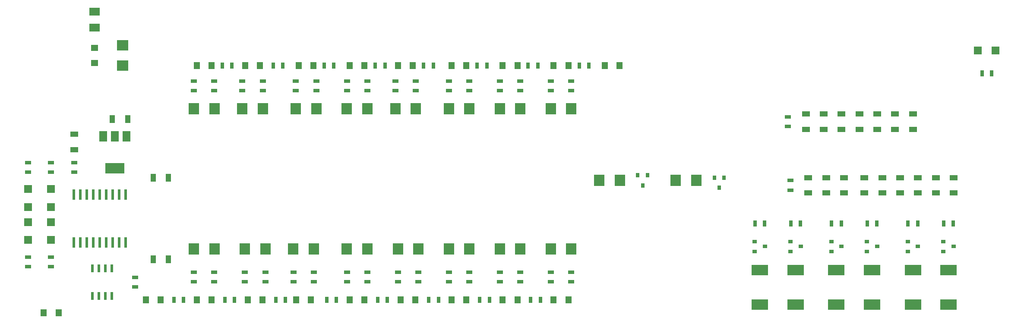
<source format=gtp>
G04 #@! TF.FileFunction,Paste,Top*
%FSLAX46Y46*%
G04 Gerber Fmt 4.6, Leading zero omitted, Abs format (unit mm)*
G04 Created by KiCad (PCBNEW 4.0.7) date Thu Oct 12 07:51:30 2017*
%MOMM*%
%LPD*%
G01*
G04 APERTURE LIST*
%ADD10C,0.100000*%
%ADD11R,1.498600X1.498600*%
%ADD12R,2.301240X1.998980*%
%ADD13R,1.300480X1.399540*%
%ADD14R,1.399540X1.300480*%
%ADD15R,1.998980X2.301240*%
%ADD16R,3.197860X1.998980*%
%ADD17R,2.030000X1.650000*%
%ADD18R,0.900000X0.800000*%
%ADD19R,0.800000X0.900000*%
%ADD20R,3.800000X2.000000*%
%ADD21R,1.500000X2.000000*%
%ADD22R,0.600000X1.550000*%
%ADD23R,0.600000X2.000000*%
%ADD24R,1.000000X1.600000*%
%ADD25R,1.600000X1.000000*%
%ADD26R,0.700000X1.300000*%
%ADD27R,1.300000X0.700000*%
G04 APERTURE END LIST*
D10*
D11*
X203747520Y-100500000D03*
X200252480Y-100500000D03*
D12*
X32500000Y-103509140D03*
X32500000Y-99490860D03*
D13*
X19950340Y-152000000D03*
X17049660Y-152000000D03*
X39950340Y-149500000D03*
X37049660Y-149500000D03*
X127049660Y-103500000D03*
X129950340Y-103500000D03*
D14*
X27000000Y-102950340D03*
X27000000Y-100049660D03*
D15*
X50509140Y-139500000D03*
X46490860Y-139500000D03*
X90509140Y-139500000D03*
X86490860Y-139500000D03*
X116490860Y-112000000D03*
X120509140Y-112000000D03*
X76490860Y-112000000D03*
X80509140Y-112000000D03*
D13*
X49950340Y-149500000D03*
X47049660Y-149500000D03*
X89950340Y-149500000D03*
X87049660Y-149500000D03*
X117049660Y-103500000D03*
X119950340Y-103500000D03*
X77049660Y-103500000D03*
X79950340Y-103500000D03*
D15*
X60509140Y-139500000D03*
X56490860Y-139500000D03*
X100509140Y-139500000D03*
X96490860Y-139500000D03*
X106490860Y-112000000D03*
X110509140Y-112000000D03*
X66490860Y-112000000D03*
X70509140Y-112000000D03*
D13*
X59950340Y-149500000D03*
X57049660Y-149500000D03*
X99950340Y-149500000D03*
X97049660Y-149500000D03*
X107049660Y-103500000D03*
X109950340Y-103500000D03*
X67049660Y-103500000D03*
X69950340Y-103500000D03*
D15*
X70009140Y-139500000D03*
X65990860Y-139500000D03*
X110509140Y-139500000D03*
X106490860Y-139500000D03*
X96490860Y-112000000D03*
X100509140Y-112000000D03*
X55990860Y-112000000D03*
X60009140Y-112000000D03*
D13*
X69450340Y-149500000D03*
X66549660Y-149500000D03*
X109950340Y-149500000D03*
X107049660Y-149500000D03*
X97049660Y-103500000D03*
X99950340Y-103500000D03*
X56549660Y-103500000D03*
X59450340Y-103500000D03*
D15*
X80509140Y-139500000D03*
X76490860Y-139500000D03*
X120509140Y-139500000D03*
X116490860Y-139500000D03*
X85990860Y-112000000D03*
X90009140Y-112000000D03*
X46490860Y-112000000D03*
X50509140Y-112000000D03*
D13*
X79950340Y-149500000D03*
X77049660Y-149500000D03*
X119950340Y-149500000D03*
X117049660Y-149500000D03*
X86549660Y-103500000D03*
X89450340Y-103500000D03*
X47049660Y-103500000D03*
X49950340Y-103500000D03*
D11*
X14000000Y-134252480D03*
X14000000Y-137747520D03*
X14000000Y-131247520D03*
X14000000Y-127752480D03*
X18500000Y-131247520D03*
X18500000Y-127752480D03*
X18500000Y-134252480D03*
X18500000Y-137747520D03*
D15*
X125990860Y-126000000D03*
X130009140Y-126000000D03*
D16*
X157500000Y-143601480D03*
X157500000Y-150398520D03*
X179500000Y-143601480D03*
X179500000Y-150398520D03*
X164500000Y-143601480D03*
X164500000Y-150398520D03*
X187500000Y-143601480D03*
X187500000Y-150398520D03*
D15*
X140990860Y-126000000D03*
X145009140Y-126000000D03*
D16*
X172500000Y-143601480D03*
X172500000Y-150398520D03*
X194500000Y-143601480D03*
X194500000Y-150398520D03*
D17*
X27000000Y-96080000D03*
X27000000Y-92920000D03*
D18*
X156500000Y-138050000D03*
X156500000Y-139950000D03*
X158500000Y-139000000D03*
X178500000Y-138050000D03*
X178500000Y-139950000D03*
X180500000Y-139000000D03*
D19*
X135450000Y-125000000D03*
X133550000Y-125000000D03*
X134500000Y-127000000D03*
D18*
X163500000Y-138050000D03*
X163500000Y-139950000D03*
X165500000Y-139000000D03*
X186500000Y-138050000D03*
X186500000Y-139950000D03*
X188500000Y-139000000D03*
D19*
X150450000Y-125500000D03*
X148550000Y-125500000D03*
X149500000Y-127500000D03*
D18*
X171500000Y-138050000D03*
X171500000Y-139950000D03*
X173500000Y-139000000D03*
X193500000Y-138050000D03*
X193500000Y-139950000D03*
X195500000Y-139000000D03*
D20*
X31000000Y-123650000D03*
D21*
X31000000Y-117350000D03*
X28700000Y-117350000D03*
X33300000Y-117350000D03*
D22*
X30405000Y-143300000D03*
X29135000Y-143300000D03*
X27865000Y-143300000D03*
X26595000Y-143300000D03*
X26595000Y-148700000D03*
X27865000Y-148700000D03*
X29135000Y-148700000D03*
X30405000Y-148700000D03*
D23*
X22920000Y-138200000D03*
X24190000Y-138200000D03*
X25460000Y-138200000D03*
X26730000Y-138200000D03*
X28000000Y-138200000D03*
X29270000Y-138200000D03*
X30540000Y-138200000D03*
X31810000Y-138200000D03*
X33080000Y-138200000D03*
X33080000Y-128800000D03*
X31810000Y-128800000D03*
X30540000Y-128800000D03*
X29270000Y-128800000D03*
X28000000Y-128800000D03*
X26730000Y-128800000D03*
X25460000Y-128800000D03*
X24190000Y-128800000D03*
X22920000Y-128800000D03*
D24*
X33500000Y-114000000D03*
X30500000Y-114000000D03*
D25*
X23000000Y-120000000D03*
X23000000Y-117000000D03*
X195500000Y-125500000D03*
X195500000Y-128500000D03*
X188500000Y-125500000D03*
X188500000Y-128500000D03*
X178000000Y-125500000D03*
X178000000Y-128500000D03*
X170500000Y-125500000D03*
X170500000Y-128500000D03*
X187500000Y-116000000D03*
X187500000Y-113000000D03*
X180500000Y-116000000D03*
X180500000Y-113000000D03*
X177000000Y-116000000D03*
X177000000Y-113000000D03*
X170000000Y-116000000D03*
X170000000Y-113000000D03*
X192000000Y-125500000D03*
X192000000Y-128500000D03*
X185000000Y-125500000D03*
X185000000Y-128500000D03*
X174000000Y-125500000D03*
X174000000Y-128500000D03*
X167000000Y-125500000D03*
X167000000Y-128500000D03*
X184000000Y-116000000D03*
X184000000Y-113000000D03*
X181500000Y-125500000D03*
X181500000Y-128500000D03*
X173500000Y-116000000D03*
X173500000Y-113000000D03*
X166500000Y-116000000D03*
X166500000Y-113000000D03*
D24*
X38500000Y-125500000D03*
X41500000Y-125500000D03*
X38500000Y-141500000D03*
X41500000Y-141500000D03*
D26*
X201050000Y-105000000D03*
X202950000Y-105000000D03*
X42550000Y-149500000D03*
X44450000Y-149500000D03*
D27*
X46500000Y-145950000D03*
X46500000Y-144050000D03*
X50500000Y-144050000D03*
X50500000Y-145950000D03*
D26*
X82550000Y-149500000D03*
X84450000Y-149500000D03*
D27*
X86500000Y-145950000D03*
X86500000Y-144050000D03*
X90500000Y-144050000D03*
X90500000Y-145950000D03*
D26*
X123950000Y-103500000D03*
X122050000Y-103500000D03*
D27*
X120500000Y-106550000D03*
X120500000Y-108450000D03*
X116500000Y-108450000D03*
X116500000Y-106550000D03*
D26*
X83950000Y-103500000D03*
X82050000Y-103500000D03*
D27*
X80500000Y-106550000D03*
X80500000Y-108450000D03*
X76500000Y-108450000D03*
X76500000Y-106550000D03*
D26*
X52550000Y-149500000D03*
X54450000Y-149500000D03*
D27*
X56500000Y-145950000D03*
X56500000Y-144050000D03*
X60500000Y-144050000D03*
X60500000Y-145950000D03*
D26*
X92550000Y-149500000D03*
X94450000Y-149500000D03*
D27*
X96500000Y-145950000D03*
X96500000Y-144050000D03*
X100500000Y-144050000D03*
X100500000Y-145950000D03*
D26*
X113950000Y-103500000D03*
X112050000Y-103500000D03*
D27*
X110500000Y-106550000D03*
X110500000Y-108450000D03*
X106500000Y-108450000D03*
X106500000Y-106550000D03*
D26*
X73950000Y-103500000D03*
X72050000Y-103500000D03*
D27*
X70500000Y-106550000D03*
X70500000Y-108450000D03*
X66500000Y-108450000D03*
X66500000Y-106550000D03*
D26*
X62550000Y-149500000D03*
X64450000Y-149500000D03*
D27*
X66000000Y-145950000D03*
X66000000Y-144050000D03*
X70000000Y-144050000D03*
X70000000Y-145950000D03*
D26*
X102550000Y-149500000D03*
X104450000Y-149500000D03*
D27*
X106500000Y-145950000D03*
X106500000Y-144050000D03*
X110500000Y-144050000D03*
X110500000Y-145950000D03*
D26*
X103950000Y-103500000D03*
X102050000Y-103500000D03*
D27*
X100500000Y-106550000D03*
X100500000Y-108450000D03*
X96500000Y-108450000D03*
X96500000Y-106550000D03*
D26*
X63950000Y-103500000D03*
X62050000Y-103500000D03*
D27*
X60000000Y-106550000D03*
X60000000Y-108450000D03*
X56000000Y-108450000D03*
X56000000Y-106550000D03*
D26*
X72550000Y-149500000D03*
X74450000Y-149500000D03*
D27*
X76500000Y-145950000D03*
X76500000Y-144050000D03*
X80500000Y-144050000D03*
X80500000Y-145950000D03*
D26*
X112550000Y-149500000D03*
X114450000Y-149500000D03*
D27*
X116500000Y-145950000D03*
X116500000Y-144050000D03*
X120500000Y-144050000D03*
X120500000Y-145950000D03*
D26*
X93450000Y-103500000D03*
X91550000Y-103500000D03*
D27*
X90000000Y-106550000D03*
X90000000Y-108450000D03*
X86000000Y-108450000D03*
X86000000Y-106550000D03*
D26*
X53950000Y-103500000D03*
X52050000Y-103500000D03*
D27*
X50500000Y-106550000D03*
X50500000Y-108450000D03*
X46500000Y-108450000D03*
X46500000Y-106550000D03*
X14000000Y-142950000D03*
X14000000Y-141050000D03*
X14000000Y-122550000D03*
X14000000Y-124450000D03*
X18500000Y-122550000D03*
X18500000Y-124450000D03*
X18500000Y-142950000D03*
X18500000Y-141050000D03*
X35000000Y-146950000D03*
X35000000Y-145050000D03*
X23000000Y-122550000D03*
X23000000Y-124450000D03*
D26*
X156550000Y-134500000D03*
X158450000Y-134500000D03*
X178550000Y-134500000D03*
X180450000Y-134500000D03*
D27*
X163500000Y-127950000D03*
X163500000Y-126050000D03*
D26*
X163550000Y-134500000D03*
X165450000Y-134500000D03*
X186550000Y-134500000D03*
X188450000Y-134500000D03*
D27*
X163000000Y-113550000D03*
X163000000Y-115450000D03*
D26*
X171550000Y-134500000D03*
X173450000Y-134500000D03*
X193550000Y-134500000D03*
X195450000Y-134500000D03*
M02*

</source>
